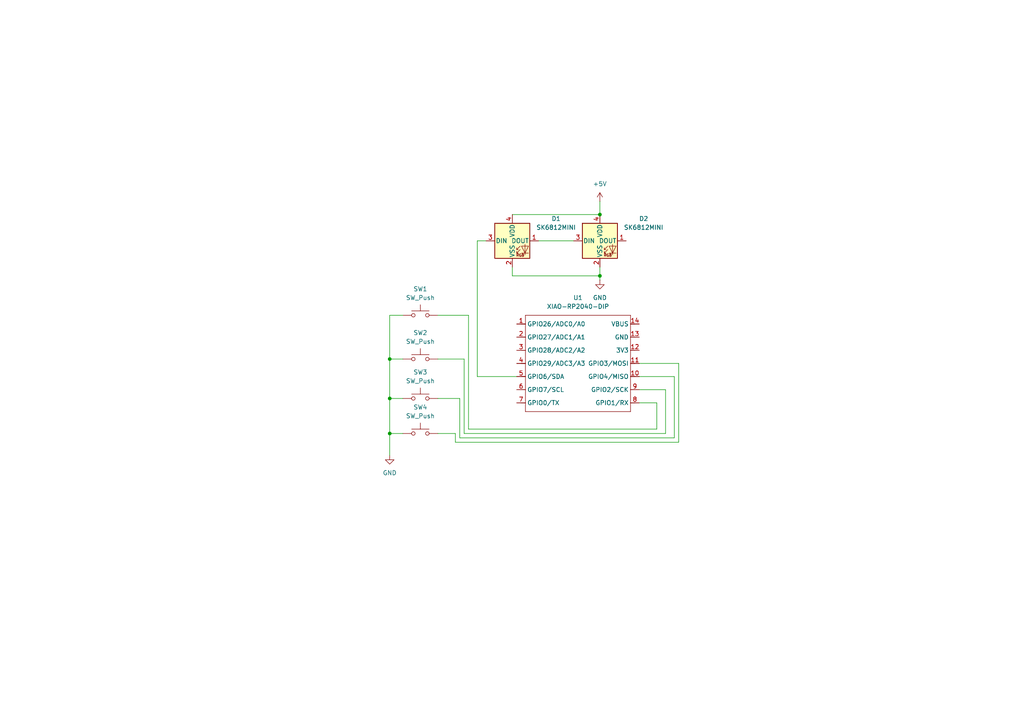
<source format=kicad_sch>
(kicad_sch (version 20250114) (generator "eeschema") (generator_version "9.0")
  (paper "A4")
  (lib_symbols
    (symbol "LED:SK6812MINI" (pin_names (offset 0.254))
      (property "Reference" "D" (at 5.08 5.715 0))
      (property "Value" "SK6812MINI" (at 1.27 -5.715 0))
      (symbol "SK6812MINI_0_0"
        (text "RGB" (at 2.286 -4.191 0) (effects (font (size 0.762 0.762))))
      )
      (symbol "SK6812MINI_0_1"
        (polyline (pts (xy 1.27 -2.54) (xy 1.778 -2.54)))
        (polyline (pts (xy 1.27 -3.556) (xy 1.778 -3.556)))
        (polyline (pts (xy 2.286 -1.524) (xy 1.27 -2.54) (xy 1.27 -2.032)))
        (polyline (pts (xy 2.286 -2.54) (xy 1.27 -3.556) (xy 1.27 -3.048)))
        (polyline (pts (xy 3.683 -1.016) (xy 3.683 -3.556) (xy 3.683 -4.064)))
        (polyline (pts (xy 4.699 -1.524) (xy 2.667 -1.524) (xy 3.683 -3.556) (xy 4.699 -1.524)))
        (polyline (pts (xy 4.699 -3.556) (xy 2.667 -3.556)))
        (rectangle (start 5.08 5.08) (end -5.08 -5.08) (stroke (width 0.254)) (fill (type background)))
      )
      (symbol "SK6812MINI_1_1"
        (pin input line (at -7.62 0 0) (length 2.54) (name "DIN") (number "3"))
        (pin power_in line (at 0 7.62 270) (length 2.54) (name "VDD") (number "4"))
        (pin power_in line (at 0 -7.62 90) (length 2.54) (name "VSS") (number "2"))
        (pin output line (at 7.62 0 180) (length 2.54) (name "DOUT") (number "1"))
      )
    )
    (symbol "Seeed_Studio_XIAO_Series:XIAO-RP2040-DIP"
      (property "Reference" "U" (at 0 0 0))
      (property "Value" "XIAO-RP2040-DIP" (at 5.334 -1.778 0))
      (symbol "XIAO-RP2040-DIP_1_0"
        (polyline (pts (xy -1.27 -2.54) (xy 29.21 -2.54)) (stroke (width 0.1524)))
        (polyline (pts (xy -1.27 -5.08) (xy -2.54 -5.08)) (stroke (width 0.1524)))
        (polyline (pts (xy -1.27 -5.08) (xy -1.27 -2.54)) (stroke (width 0.1524)))
        (polyline (pts (xy -1.27 -8.89) (xy -2.54 -8.89)) (stroke (width 0.1524)))
        (polyline (pts (xy -1.27 -8.89) (xy -1.27 -5.08)) (stroke (width 0.1524)))
        (polyline (pts (xy -1.27 -12.7) (xy -2.54 -12.7)) (stroke (width 0.1524)))
        (polyline (pts (xy -1.27 -12.7) (xy -1.27 -8.89)) (stroke (width 0.1524)))
        (polyline (pts (xy -1.27 -16.51) (xy -2.54 -16.51)) (stroke (width 0.1524)))
        (polyline (pts (xy -1.27 -16.51) (xy -1.27 -12.7)) (stroke (width 0.1524)))
        (polyline (pts (xy -1.27 -20.32) (xy -2.54 -20.32)) (stroke (width 0.1524)))
        (polyline (pts (xy -1.27 -24.13) (xy -2.54 -24.13)) (stroke (width 0.1524)))
        (polyline (pts (xy -1.27 -27.94) (xy -2.54 -27.94)) (stroke (width 0.1524)))
        (polyline (pts (xy -1.27 -30.48) (xy -1.27 -16.51)) (stroke (width 0.1524)))
        (polyline (pts (xy 29.21 -2.54) (xy 29.21 -5.08)) (stroke (width 0.1524)))
        (polyline (pts (xy 29.21 -5.08) (xy 29.21 -8.89)) (stroke (width 0.1524)))
        (polyline (pts (xy 29.21 -8.89) (xy 29.21 -12.7)) (stroke (width 0.1524)))
        (polyline (pts (xy 29.21 -12.7) (xy 29.21 -30.48)) (stroke (width 0.1524)))
        (polyline (pts (xy 29.21 -30.48) (xy -1.27 -30.48)) (stroke (width 0.1524)))
        (polyline (pts (xy 30.48 -5.08) (xy 29.21 -5.08)) (stroke (width 0.1524)))
        (polyline (pts (xy 30.48 -8.89) (xy 29.21 -8.89)) (stroke (width 0.1524)))
        (polyline (pts (xy 30.48 -12.7) (xy 29.21 -12.7)) (stroke (width 0.1524)))
        (polyline (pts (xy 30.48 -16.51) (xy 29.21 -16.51)) (stroke (width 0.1524)))
        (polyline (pts (xy 30.48 -20.32) (xy 29.21 -20.32)) (stroke (width 0.1524)))
        (polyline (pts (xy 30.48 -24.13) (xy 29.21 -24.13)) (stroke (width 0.1524)))
        (polyline (pts (xy 30.48 -27.94) (xy 29.21 -27.94)) (stroke (width 0.1524)))
        (pin passive line (at -3.81 -5.08 0) (length 2.54) (name "GPIO26/ADC0/A0") (number "1"))
        (pin passive line (at -3.81 -8.89 0) (length 2.54) (name "GPIO27/ADC1/A1") (number "2"))
        (pin passive line (at -3.81 -12.7 0) (length 2.54) (name "GPIO28/ADC2/A2") (number "3"))
        (pin passive line (at -3.81 -16.51 0) (length 2.54) (name "GPIO29/ADC3/A3") (number "4"))
        (pin passive line (at -3.81 -20.32 0) (length 2.54) (name "GPIO6/SDA") (number "5"))
        (pin passive line (at -3.81 -24.13 0) (length 2.54) (name "GPIO7/SCL") (number "6"))
        (pin passive line (at -3.81 -27.94 0) (length 2.54) (name "GPIO0/TX") (number "7"))
        (pin passive line (at 31.75 -5.08 180) (length 2.54) (name "VBUS") (number "14"))
        (pin passive line (at 31.75 -8.89 180) (length 2.54) (name "GND") (number "13"))
        (pin passive line (at 31.75 -12.7 180) (length 2.54) (name "3V3") (number "12"))
        (pin passive line (at 31.75 -16.51 180) (length 2.54) (name "GPIO3/MOSI") (number "11"))
        (pin passive line (at 31.75 -20.32 180) (length 2.54) (name "GPIO4/MISO") (number "10"))
        (pin passive line (at 31.75 -24.13 180) (length 2.54) (name "GPIO2/SCK") (number "9"))
        (pin passive line (at 31.75 -27.94 180) (length 2.54) (name "GPIO1/RX") (number "8"))
      )
    )
    (symbol "Switch:SW_Push" (pin_numbers (hide yes)) (pin_names (offset 1.016) (hide yes))
      (property "Reference" "SW" (at 1.27 2.54 0))
      (property "Value" "SW_Push" (at 0 -1.524 0))
      (symbol "SW_Push_0_1"
        (circle (center -2.032 0) (radius 0.508))
        (polyline (pts (xy 0 1.27) (xy 0 3.048)))
        (circle (center 2.032 0) (radius 0.508))
        (polyline (pts (xy 2.54 1.27) (xy -2.54 1.27)))
        (pin passive line (at -5.08 0 0) (length 2.54) (name "1") (number "1"))
        (pin passive line (at 5.08 0 180) (length 2.54) (name "2") (number "2"))
      )
    )
    (symbol "power:+5V" (power) (pin_numbers (hide yes)) (pin_names (offset 0) (hide yes))
      (property "Value" "+5V" (at 0 3.556 0))
      (symbol "+5V_0_1"
        (polyline (pts (xy -0.762 1.27) (xy 0 2.54)))
        (polyline (pts (xy 0 2.54) (xy 0.762 1.27)))
        (polyline (pts (xy 0 0) (xy 0 2.54)))
      )
      (symbol "+5V_1_1"
        (pin power_in line (at 0 0 90) (length 0) (name "~") (number "1"))
      )
    )
    (symbol "power:GND" (power) (pin_numbers (hide yes)) (pin_names (offset 0) (hide yes))
      (property "Value" "GND" (at 0 -3.81 0))
      (symbol "GND_0_1"
        (polyline (pts (xy 0 0) (xy 0 -1.27) (xy 1.27 -1.27) (xy 0 -2.54) (xy -1.27 -1.27) (xy 0 -1.27)))
      )
      (symbol "GND_1_1"
        (pin power_in line (at 0 0 270) (length 0) (name "~") (number "1"))
      )
    )
  )
  (junction (at 173.99 80.01))
  (junction (at 113.03 104.14))
  (junction (at 113.03 125.73))
  (junction (at 113.03 115.57))
  (junction (at 173.99 62.23))
  (wire (pts (xy 195.58 127) (xy 195.58 109.22)))
  (wire (pts (xy 148.59 77.47) (xy 148.59 80.01)))
  (wire (pts (xy 134.62 125.73) (xy 193.04 125.73)))
  (wire (pts (xy 127 104.14) (xy 134.62 104.14)))
  (wire (pts (xy 138.43 69.85) (xy 138.43 109.22)))
  (wire (pts (xy 135.89 124.46) (xy 190.5 124.46)))
  (wire (pts (xy 113.03 91.44) (xy 113.03 104.14)))
  (wire (pts (xy 133.35 115.57) (xy 133.35 127)))
  (wire (pts (xy 127 125.73) (xy 132.08 125.73)))
  (wire (pts (xy 173.99 77.47) (xy 173.99 80.01)))
  (wire (pts (xy 190.5 124.46) (xy 190.5 116.84)))
  (wire (pts (xy 193.04 125.73) (xy 193.04 113.03)))
  (wire (pts (xy 196.85 105.41) (xy 185.42 105.41)))
  (wire (pts (xy 140.97 69.85) (xy 138.43 69.85)))
  (wire (pts (xy 173.99 80.01) (xy 173.99 81.28)))
  (wire (pts (xy 116.84 91.44) (xy 113.03 91.44)))
  (wire (pts (xy 148.59 80.01) (xy 173.99 80.01)))
  (wire (pts (xy 173.99 58.42) (xy 173.99 62.23)))
  (wire (pts (xy 113.03 125.73) (xy 113.03 132.08)))
  (wire (pts (xy 113.03 104.14) (xy 113.03 115.57)))
  (wire (pts (xy 127 115.57) (xy 133.35 115.57)))
  (wire (pts (xy 156.21 69.85) (xy 166.37 69.85)))
  (wire (pts (xy 196.85 128.27) (xy 196.85 105.41)))
  (wire (pts (xy 132.08 125.73) (xy 132.08 128.27)))
  (wire (pts (xy 113.03 104.14) (xy 116.84 104.14)))
  (wire (pts (xy 113.03 125.73) (xy 116.84 125.73)))
  (wire (pts (xy 113.03 115.57) (xy 113.03 125.73)))
  (wire (pts (xy 113.03 115.57) (xy 116.84 115.57)))
  (wire (pts (xy 133.35 127) (xy 195.58 127)))
  (wire (pts (xy 148.59 62.23) (xy 173.99 62.23)))
  (wire (pts (xy 190.5 116.84) (xy 185.42 116.84)))
  (wire (pts (xy 134.62 104.14) (xy 134.62 125.73)))
  (wire (pts (xy 185.42 109.22) (xy 195.58 109.22)))
  (wire (pts (xy 193.04 113.03) (xy 185.42 113.03)))
  (wire (pts (xy 132.08 128.27) (xy 196.85 128.27)))
  (wire (pts (xy 135.89 91.44) (xy 135.89 124.46)))
  (wire (pts (xy 127 91.44) (xy 135.89 91.44)))
  (wire (pts (xy 138.43 109.22) (xy 149.86 109.22)))
  (symbol (lib_id "LED:SK6812MINI") (at 173.99 69.85 0) (unit 1)
    (property "Reference" "D2" (at 186.69 63.4298 0))
    (property "Value" "SK6812MINI" (at 186.69 65.9698 0))
    (property "Footprint" "LED_SMD:LED_SK6812MINI_PLCC4_3.5x3.5mm_P1.75mm" (effects (hide yes)))
    (property "Datasheet" "https://cdn-shop.adafruit.com/product-files/2686/SK6812MINI_REV.01-1-2.pdf" (effects (hide yes)))
    (property "Description" "RGB LED with integrated controller" (effects (hide yes)))
  )
  (symbol (lib_id "Switch:SW_Push") (at 121.92 104.14 0) (unit 1)
    (property "Reference" "SW2" (at 121.92 96.52 0))
    (property "Value" "SW_Push" (at 121.92 99.06 0))
    (property "Footprint" "Button_Switch_Keyboard:SW_Cherry_MX_1.00u_PCB" (effects (hide yes)))
    (property "Description" "Push button switch, generic, two pins" (effects (hide yes)))
  )
  (symbol (lib_id "Switch:SW_Push") (at 121.92 91.44 0) (unit 1)
    (property "Reference" "SW1" (at 121.92 83.82 0))
    (property "Value" "SW_Push" (at 121.92 86.36 0))
    (property "Footprint" "Button_Switch_Keyboard:SW_Cherry_MX_1.00u_PCB" (effects (hide yes)))
    (property "Description" "Push button switch, generic, two pins" (effects (hide yes)))
  )
  (symbol (lib_id "power:GND") (at 113.03 132.08 0) (unit 1)
    (property "Reference" "#PWR01" (effects (hide yes)))
    (property "Value" "GND" (at 113.03 137.16 0))
    (property "Description" "Power symbol creates a global label with name \"GND\" , ground" (effects (hide yes)))
  )
  (symbol (lib_id "Switch:SW_Push") (at 121.92 125.73 0) (unit 1)
    (property "Reference" "SW4" (at 121.92 118.11 0))
    (property "Value" "SW_Push" (at 121.92 120.65 0))
    (property "Footprint" "Button_Switch_Keyboard:SW_Cherry_MX_1.00u_PCB" (effects (hide yes)))
    (property "Description" "Push button switch, generic, two pins" (effects (hide yes)))
  )
  (symbol (lib_id "power:GND") (at 173.99 81.28 0) (unit 1)
    (property "Reference" "#PWR02" (effects (hide yes)))
    (property "Value" "GND" (at 173.99 86.36 0))
    (property "Description" "Power symbol creates a global label with name \"GND\" , ground" (effects (hide yes)))
  )
  (symbol (lib_id "Seeed_Studio_XIAO_Series:XIAO-RP2040-DIP") (at 153.67 88.9 0) (unit 1)
    (property "Reference" "U1" (at 167.64 86.36 0))
    (property "Value" "XIAO-RP2040-DIP" (at 167.64 88.9 0))
    (property "Footprint" "OPL:XIAO-RP2040-DIP" (effects (hide yes)))
  )
  (symbol (lib_id "power:+5V") (at 173.99 58.42 0) (unit 1)
    (property "Reference" "#PWR03" (effects (hide yes)))
    (property "Value" "+5V" (at 173.99 53.34 0))
    (property "Description" "Power symbol creates a global label with name \"+5V\"" (effects (hide yes)))
  )
  (symbol (lib_id "LED:SK6812MINI") (at 148.59 69.85 0) (unit 1)
    (property "Reference" "D1" (at 161.29 63.4298 0))
    (property "Value" "SK6812MINI" (at 161.29 65.9698 0))
    (property "Footprint" "LED_SMD:LED_SK6812MINI_PLCC4_3.5x3.5mm_P1.75mm" (effects (hide yes)))
    (property "Datasheet" "https://cdn-shop.adafruit.com/product-files/2686/SK6812MINI_REV.01-1-2.pdf" (effects (hide yes)))
    (property "Description" "RGB LED with integrated controller" (effects (hide yes)))
  )
  (symbol (lib_id "Switch:SW_Push") (at 121.92 115.57 0) (unit 1)
    (property "Reference" "SW3" (at 121.92 107.95 0))
    (property "Value" "SW_Push" (at 121.92 110.49 0))
    (property "Footprint" "Button_Switch_Keyboard:SW_Cherry_MX_1.00u_PCB" (effects (hide yes)))
    (property "Description" "Push button switch, generic, two pins" (effects (hide yes)))
  )
)
</source>
